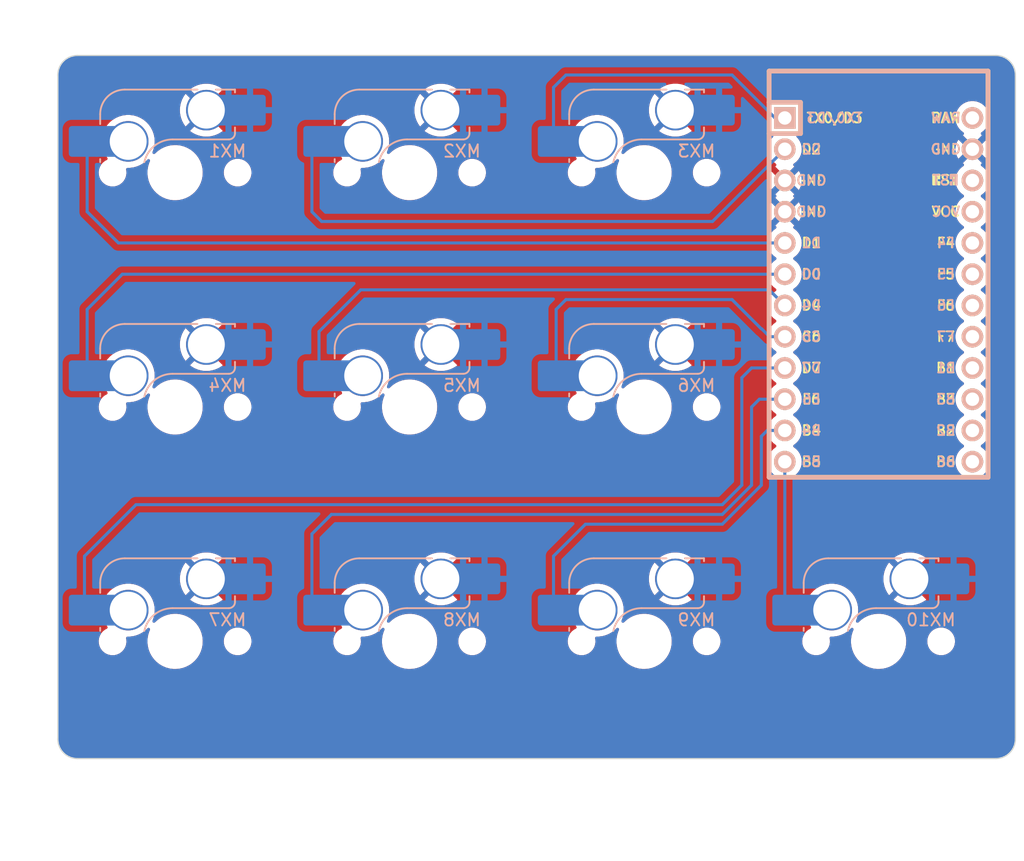
<source format=kicad_pcb>
(kicad_pcb (version 20221018) (generator pcbnew)
  (layers (0 "F.Cu" signal) (31 "B.Cu" signal) (34 "B.Paste" user) (35 "F.Paste" user) (36 "B.SilkS" user "B.Silkscreen") (37 "F.SilkS" user "F.Silkscreen") (38 "B.Mask" user) (39 "F.Mask" user) (44 "Edge.Cuts" user))
  (net 0 "")
  (net 12 "GND")
  (net 13 "SW1")
  (net 14 "SW2")
  (net 15 "SW3")
  (net 16 "SW4")
  (net 17 "SW5")
  (net 18 "SW6")
  (net 19 "SW7")
  (net 20 "SW8")
  (net 21 "SW9")
  (net 22 "SW10")
  (footprint "Keebio-Parts:ArduinoProMicro" (layer "F.Cu") (at 225.425 74.6125 -90)
    (fp_text reference "U1" hide)
    (fp_text value "ProMicro" hide)
    (fp_text user "RAW" (at -13.97 -5.461) (layer "B.SilkS") (effects (font (size 0.8 0.8)) (justify mirror)))
    (fp_text user "D2" (at -11.43 5.461) (layer "B.SilkS") (effects (font (size 0.8 0.8)) (justify mirror)))
    (fp_text user "VCC" (at -6.35 -5.461) (layer "B.SilkS") (effects (font (size 0.8 0.8)) (justify mirror)))
    (fp_text user "B6" (at 13.97 -5.461) (layer "B.SilkS") (effects (font (size 0.8 0.8)) (justify mirror)))
    (fp_text user "GND" (at -8.89 5.461) (layer "B.SilkS") (effects (font (size 0.8 0.8)) (justify mirror)))
    (fp_text user "GND" (at -6.35 5.461) (layer "B.SilkS") (effects (font (size 0.8 0.8)) (justify mirror)))
    (fp_text user "TX0/D3" (at -13.97 3.571872) (layer "B.SilkS") (effects (font (size 0.8 0.8)) (justify mirror)))
    (fp_text user "D4" (at 1.27 5.461) (layer "B.SilkS") (effects (font (size 0.8 0.8)) (justify mirror)))
    (fp_text user "F4" (at -3.81 -5.461) (layer "B.SilkS") (effects (font (size 0.8 0.8)) (justify mirror)))
    (fp_text user "ST" (at -8.91 -5.04) (layer "B.SilkS") (effects (font (size 0.8 0.8)) (justify mirror)))
    (fp_text user "B3" (at 8.89 -5.461) (layer "B.SilkS") (effects (font (size 0.8 0.8)) (justify mirror)))
    (fp_text user "F6" (at 1.27 -5.461) (layer "B.SilkS") (effects (font (size 0.8 0.8)) (justify mirror)))
    (fp_text user "E6" (at 8.89 5.461) (layer "B.SilkS") (effects (font (size 0.8 0.8)) (justify mirror)))
    (fp_text user "GND" (at -11.43 -5.461) (layer "B.SilkS") (effects (font (size 0.8 0.8)) (justify mirror)))
    (fp_text user "F5" (at -1.27 -5.461) (layer "B.SilkS") (effects (font (size 0.8 0.8)) (justify mirror)))
    (fp_text user "D0" (at -1.27 5.461) (layer "B.SilkS") (effects (font (size 0.8 0.8)) (justify mirror)))
    (fp_text user "B4" (at 11.43 5.461) (layer "B.SilkS") (effects (font (size 0.8 0.8)) (justify mirror)))
    (fp_text user "B2" (at 11.43 -5.461) (layer "B.SilkS") (effects (font (size 0.8 0.8)) (justify mirror)))
    (fp_text user "D1" (at -3.81 5.461) (layer "B.SilkS") (effects (font (size 0.8 0.8)) (justify mirror)))
    (fp_text user "B1" (at 6.35 -5.461) (layer "B.SilkS") (effects (font (size 0.8 0.8)) (justify mirror)))
    (fp_text user "C6" (at 3.81 5.461) (layer "B.SilkS") (effects (font (size 0.8 0.8)) (justify mirror)))
    (fp_text user "B5" (at 13.97 5.461) (layer "B.SilkS") (effects (font (size 0.8 0.8)) (justify mirror)))
    (fp_text user "D7" (at 6.35 5.461) (layer "B.SilkS") (effects (font (size 0.8 0.8)) (justify mirror)))
    (fp_text user "F7" (at 3.81 -5.461) (layer "B.SilkS") (effects (font (size 0.8 0.8)) (justify mirror)))
    (fp_text user "D7" (at 6.35 5.461) (layer "F.SilkS") (effects (font (size 0.8 0.8))))
    (fp_text user "C6" (at 3.81 5.461) (layer "F.SilkS") (effects (font (size 0.8 0.8))))
    (fp_text user "RAW" (at -13.97 -5.461) (layer "F.SilkS") (effects (font (size 0.8 0.8))))
    (fp_text user "D4" (at 1.27 5.461) (layer "F.SilkS") (effects (font (size 0.8 0.8))))
    (fp_text user "F7" (at 3.81 -5.461) (layer "F.SilkS") (effects (font (size 0.8 0.8))))
    (fp_text user "VCC" (at -6.35 -5.461) (layer "F.SilkS") (effects (font (size 0.8 0.8))))
    (fp_text user "B3" (at 8.89 -5.461) (layer "F.SilkS") (effects (font (size 0.8 0.8))))
    (fp_text user "B5" (at 13.97 5.461) (layer "F.SilkS") (effects (font (size 0.8 0.8))))
    (fp_text user "F6" (at 1.27 -5.461) (layer "F.SilkS") (effects (font (size 0.8 0.8))))
    (fp_text user "B6" (at 13.97 -5.461) (layer "F.SilkS") (effects (font (size 0.8 0.8))))
    (fp_text user "F5" (at -1.27 -5.461) (layer "F.SilkS") (effects (font (size 0.8 0.8))))
    (fp_text user "D0" (at -1.27 5.461) (layer "F.SilkS") (effects (font (size 0.8 0.8))))
    (fp_text user "GND" (at -11.43 -5.461) (layer "F.SilkS") (effects (font (size 0.8 0.8))))
    (fp_text user "GND" (at -8.89 5.461) (layer "F.SilkS") (effects (font (size 0.8 0.8))))
    (fp_text user "TX0/D3" (at -13.97 3.571872) (layer "F.SilkS") (effects (font (size 0.8 0.8))))
    (fp_text user "B1" (at 6.35 -5.461) (layer "F.SilkS") (effects (font (size 0.8 0.8))))
    (fp_text user "B2" (at 11.43 -5.461) (layer "F.SilkS") (effects (font (size 0.8 0.8))))
    (fp_text user "E6" (at 8.89 5.461) (layer "F.SilkS") (effects (font (size 0.8 0.8))))
    (fp_text user "F4" (at -3.81 -5.461) (layer "F.SilkS") (effects (font (size 0.8 0.8))))
    (fp_text user "GND" (at -6.35 5.461) (layer "F.SilkS") (effects (font (size 0.8 0.8))))
    (fp_text user "ST" (at -8.92 -5.73312) (layer "F.SilkS") (effects (font (size 0.8 0.8))))
    (fp_text user "B4" (at 11.43 5.461) (layer "F.SilkS") (effects (font (size 0.8 0.8))))
    (fp_text user "D1" (at -3.81 5.461) (layer "F.SilkS") (effects (font (size 0.8 0.8))))
    (fp_text user "D2" (at -11.43 5.461) (layer "F.SilkS") (effects (font (size 0.8 0.8))))
    (fp_line (start -17.78 -8.89) (end -17.78 8.89) (stroke (width 0.381)) (layer "B.SilkS"))
    (fp_line (start -17.78 8.89) (end 15.24 8.89) (stroke (width 0.381)) (layer "B.SilkS"))
    (fp_line (start -15.24 6.35) (end -15.24 8.89) (stroke (width 0.381)) (layer "B.SilkS"))
    (fp_line (start -15.24 6.35) (end -12.7 6.35) (stroke (width 0.381)) (layer "B.SilkS"))
    (fp_line (start -12.7 6.35) (end -12.7 8.89) (stroke (width 0.381)) (layer "B.SilkS"))
    (fp_line (start 15.24 -8.89) (end -17.78 -8.89) (stroke (width 0.381)) (layer "B.SilkS"))
    (fp_line (start 15.24 8.89) (end 15.24 -8.89) (stroke (width 0.381)) (layer "B.SilkS"))
    (fp_poly (pts (xy -9.35097 -6.244635) (xy -8.55097 -6.244635) (xy -8.55097 -6.344635) (xy -9.35097 -6.344635)) (stroke (width 0.15)) (fill solid) (layer "B.SilkS"))
    (fp_poly (pts (xy -9.35097 -5.844635) (xy -9.25097 -5.844635) (xy -9.25097 -6.344635) (xy -9.35097 -6.344635)) (stroke (width 0.15)) (fill solid) (layer "B.SilkS"))
    (fp_poly (pts (xy -9.35097 -5.844635) (xy -9.05097 -5.844635) (xy -9.05097 -5.944635) (xy -9.35097 -5.944635)) (stroke (width 0.15)) (fill solid) (layer "B.SilkS"))
    (fp_poly (pts (xy -8.95097 -6.044635) (xy -8.85097 -6.044635) (xy -8.85097 -6.144635) (xy -8.95097 -6.144635)) (stroke (width 0.15)) (fill solid) (layer "B.SilkS"))
    (fp_poly (pts (xy -8.75097 -5.844635) (xy -8.55097 -5.844635) (xy -8.55097 -5.944635) (xy -8.75097 -5.944635)) (stroke (width 0.15)) (fill solid) (layer "B.SilkS"))
    (fp_line (start -17.78 -8.89) (end -17.78 8.89) (stroke (width 0.381)) (layer "F.SilkS"))
    (fp_line (start -17.78 8.89) (end -15.24 8.89) (stroke (width 0.381)) (layer "F.SilkS"))
    (fp_line (start -15.24 -8.89) (end -17.78 -8.89) (stroke (width 0.381)) (layer "F.SilkS"))
    (fp_line (start -15.24 6.35) (end -15.24 8.89) (stroke (width 0.381)) (layer "F.SilkS"))
    (fp_line (start -15.24 6.35) (end -12.7 6.35) (stroke (width 0.381)) (layer "F.SilkS"))
    (fp_line (start -15.24 8.89) (end 15.24 8.89) (stroke (width 0.381)) (layer "F.SilkS"))
    (fp_line (start -12.7 6.35) (end -12.7 8.89) (stroke (width 0.381)) (layer "F.SilkS"))
    (fp_line (start 15.24 -8.89) (end -15.24 -8.89) (stroke (width 0.381)) (layer "F.SilkS"))
    (fp_line (start 15.24 8.89) (end 15.24 -8.89) (stroke (width 0.381)) (layer "F.SilkS"))
    (fp_poly (pts (xy -9.36064 -4.931568) (xy -9.26064 -4.931568) (xy -9.26064 -4.431568) (xy -9.36064 -4.431568)) (stroke (width 0.15)) (fill solid) (layer "F.SilkS"))
    (fp_poly (pts (xy -9.36064 -4.931568) (xy -9.06064 -4.931568) (xy -9.06064 -4.831568) (xy -9.36064 -4.831568)) (stroke (width 0.15)) (fill solid) (layer "F.SilkS"))
    (fp_poly (pts (xy -9.36064 -4.531568) (xy -8.56064 -4.531568) (xy -8.56064 -4.431568) (xy -9.36064 -4.431568)) (stroke (width 0.15)) (fill solid) (layer "F.SilkS"))
    (fp_poly (pts (xy -8.96064 -4.731568) (xy -8.86064 -4.731568) (xy -8.86064 -4.631568) (xy -8.96064 -4.631568)) (stroke (width 0.15)) (fill solid) (layer "F.SilkS"))
    (fp_poly (pts (xy -8.76064 -4.931568) (xy -8.56064 -4.931568) (xy -8.56064 -4.831568) (xy -8.76064 -4.831568)) (stroke (width 0.15)) (fill solid) (layer "F.SilkS"))
    (pad "1" thru_hole rect (at -13.97 7.62 270) (size 1.7526 1.7526) (drill 1.0922) (layers "*.Cu" "*.SilkS" "*.Mask") (net 15 "SW3"))
    (pad "2" thru_hole circle (at -11.43 7.62 270) (size 1.7526 1.7526) (drill 1.0922) (layers "*.Cu" "*.SilkS" "*.Mask") (net 14 "SW2"))
    (pad "3" thru_hole circle (at -8.89 7.62 270) (size 1.7526 1.7526) (drill 1.0922) (layers "*.Cu" "*.SilkS" "*.Mask") (net 12 "GND"))
    (pad "4" thru_hole circle (at -6.35 7.62 270) (size 1.7526 1.7526) (drill 1.0922) (layers "*.Cu" "*.SilkS" "*.Mask") (net 12 "GND"))
    (pad "5" thru_hole circle (at -3.81 7.62 270) (size 1.7526 1.7526) (drill 1.0922) (layers "*.Cu" "*.SilkS" "*.Mask") (net 13 "SW1"))
    (pad "6" thru_hole circle (at -1.27 7.62 270) (size 1.7526 1.7526) (drill 1.0922) (layers "*.Cu" "*.SilkS" "*.Mask") (net 16 "SW4"))
    (pad "7" thru_hole circle (at 1.27 7.62 270) (size 1.7526 1.7526) (drill 1.0922) (layers "*.Cu" "*.SilkS" "*.Mask") (net 17 "SW5"))
    (pad "8" thru_hole circle (at 3.81 7.62 270) (size 1.7526 1.7526) (drill 1.0922) (layers "*.Cu" "*.SilkS" "*.Mask") (net 18 "SW6"))
    (pad "9" thru_hole circle (at 6.35 7.62 270) (size 1.7526 1.7526) (drill 1.0922) (layers "*.Cu" "*.SilkS" "*.Mask") (net 19 "SW7"))
    (pad "10" thru_hole circle (at 8.89 7.62 270) (size 1.7526 1.7526) (drill 1.0922) (layers "*.Cu" "*.SilkS" "*.Mask") (net 20 "SW8"))
    (pad "11" thru_hole circle (at 11.43 7.62 270) (size 1.7526 1.7526) (drill 1.0922) (layers "*.Cu" "*.SilkS" "*.Mask") (net 21 "SW9"))
    (pad "12" thru_hole circle (at 13.97 7.62 270) (size 1.7526 1.7526) (drill 1.0922) (layers "*.Cu" "*.SilkS" "*.Mask") (net 22 "SW10"))
    (pad "13" thru_hole circle (at 13.97 -7.62 270) (size 1.7526 1.7526) (drill 1.0922) (layers "*.Cu" "*.SilkS" "*.Mask"))
    (pad "14" thru_hole circle (at 11.43 -7.62 270) (size 1.7526 1.7526) (drill 1.0922) (layers "*.Cu" "*.SilkS" "*.Mask"))
    (pad "15" thru_hole circle (at 8.89 -7.62 270) (size 1.7526 1.7526) (drill 1.0922) (layers "*.Cu" "*.SilkS" "*.Mask"))
    (pad "16" thru_hole circle (at 6.35 -7.62 270) (size 1.7526 1.7526) (drill 1.0922) (layers "*.Cu" "*.SilkS" "*.Mask"))
    (pad "17" thru_hole circle (at 3.81 -7.62 270) (size 1.7526 1.7526) (drill 1.0922) (layers "*.Cu" "*.SilkS" "*.Mask"))
    (pad "18" thru_hole circle (at 1.27 -7.62 270) (size 1.7526 1.7526) (drill 1.0922) (layers "*.Cu" "*.SilkS" "*.Mask"))
    (pad "19" thru_hole circle (at -1.27 -7.62 270) (size 1.7526 1.7526) (drill 1.0922) (layers "*.Cu" "*.SilkS" "*.Mask"))
    (pad "20" thru_hole circle (at -3.81 -7.62 270) (size 1.7526 1.7526) (drill 1.0922) (layers "*.Cu" "*.SilkS" "*.Mask"))
    (pad "21" thru_hole circle (at -6.35 -7.62 270) (size 1.7526 1.7526) (drill 1.0922) (layers "*.Cu" "*.SilkS" "*.Mask"))
    (pad "22" thru_hole circle (at -8.89 -7.62 270) (size 1.7526 1.7526) (drill 1.0922) (layers "*.Cu" "*.SilkS" "*.Mask"))
    (pad "23" thru_hole circle (at -11.43 -7.62 270) (size 1.7526 1.7526) (drill 1.0922) (layers "*.Cu" "*.SilkS" "*.Mask") (net 12 "GND"))
    (pad "24" thru_hole circle (at -13.97 -7.62 270) (size 1.7526 1.7526) (drill 1.0922) (layers "*.Cu" "*.SilkS" "*.Mask"))
  )
  (footprint "marbastlib-mx:SW_MX_HS_1u" (layer "B.Cu") (at 225.425 103.1875 180)
    (fp_text reference "MX10" (at -4.25 1.75) (layer "B.SilkS") (effects (justify mirror)))
    (fp_text value "MX_SW_HS" hide)
    (fp_line (start -4.864824 3.67022) (end -4.864824 3.20022) (stroke (width 0.15)) (layer "B.SilkS"))
    (fp_line (start -4.864824 6.75022) (end -4.864824 6.52022) (stroke (width 0.15)) (layer "B.SilkS"))
    (fp_line (start -4.364824 2.70022) (end 0.2 2.70022) (stroke (width 0.15)) (layer "B.SilkS"))
    (fp_line (start -3.314824 6.75022) (end -4.864824 6.75022) (stroke (width 0.15)) (layer "B.SilkS"))
    (fp_line (start 4.085176 6.75022) (end -1.814824 6.75022) (stroke (width 0.15)) (layer "B.SilkS"))
    (fp_line (start 6.085176 1.10022) (end 6.085176 0.86022) (stroke (width 0.15)) (layer "B.SilkS"))
    (fp_line (start 6.085176 3.95022) (end 6.085176 4.75022) (stroke (width 0.15)) (layer "B.SilkS"))
    (fp_arc (start -4.864824 3.20022) (mid -4.718377 2.846667) (end -4.364824 2.70022) (stroke (width 0.15)) (layer "B.SilkS"))
    (fp_arc (start 2.494322 0.86022) (mid 1.670693 2.183637) (end 0.2 2.70022) (stroke (width 0.15)) (layer "B.SilkS"))
    (fp_arc (start 6.085176 4.75022) (mid 5.499388 6.164432) (end 4.085176 6.75022) (stroke (width 0.15)) (layer "B.SilkS"))
    (pad "" np_thru_hole circle (at -5.08 0 180) (size 1.75 1.75) (drill 1.75) (layers "*.Cu" "*.Mask"))
    (pad "" np_thru_hole circle (at 0 0 180) (size 3.9878 3.9878) (drill 3.9878) (layers "*.Cu" "*.Mask"))
    (pad "" np_thru_hole circle (at 5.08 0 180) (size 1.75 1.75) (drill 1.75) (layers "*.Cu" "*.Mask"))
    (pad "1" thru_hole circle (at 3.81 2.54 180) (size 3.3 3.3) (drill 3) (layers "*.Cu" "*.Mask") (net 22 "SW10"))
    (pad "1" smd rect (at 5.635 2.54) (size 1.65 2.5) (layers "B.Cu") (net 22 "SW10"))
    (pad "1" smd roundrect (at 7.36 2.54 180) (size 2.55 2.5) (layers "B.Cu" "B.Paste" "B.Mask") (roundrect_rratio 0.1) (net 22 "SW10"))
    (pad "2" smd roundrect (at -6.09 5.08 180) (size 2.55 2.5) (layers "B.Cu" "B.Paste" "B.Mask") (roundrect_rratio 0.1) (net 12 "GND"))
    (pad "2" smd rect (at -4.34 5.08 180) (size 1.65 2.5) (layers "B.Cu") (net 12 "GND"))
    (pad "2" thru_hole circle (at -2.54 5.08 180) (size 3.3 3.3) (drill 3) (layers "*.Cu" "*.Mask") (net 12 "GND"))
  )
  (footprint "marbastlib-mx:SW_MX_HS_1u" (layer "B.Cu") (at 206.375 65.0875 180)
    (fp_text reference "MX3" (at -4.25 1.75) (layer "B.SilkS") (effects (justify mirror)))
    (fp_text value "MX_SW_HS" hide)
    (fp_line (start -4.864824 3.67022) (end -4.864824 3.20022) (stroke (width 0.15)) (layer "B.SilkS"))
    (fp_line (start -4.864824 6.75022) (end -4.864824 6.52022) (stroke (width 0.15)) (layer "B.SilkS"))
    (fp_line (start -4.364824 2.70022) (end 0.2 2.70022) (stroke (width 0.15)) (layer "B.SilkS"))
    (fp_line (start -3.314824 6.75022) (end -4.864824 6.75022) (stroke (width 0.15)) (layer "B.SilkS"))
    (fp_line (start 4.085176 6.75022) (end -1.814824 6.75022) (stroke (width 0.15)) (layer "B.SilkS"))
    (fp_line (start 6.085176 1.10022) (end 6.085176 0.86022) (stroke (width 0.15)) (layer "B.SilkS"))
    (fp_line (start 6.085176 3.95022) (end 6.085176 4.75022) (stroke (width 0.15)) (layer "B.SilkS"))
    (fp_arc (start -4.864824 3.20022) (mid -4.718377 2.846667) (end -4.364824 2.70022) (stroke (width 0.15)) (layer "B.SilkS"))
    (fp_arc (start 2.494322 0.86022) (mid 1.670693 2.183637) (end 0.2 2.70022) (stroke (width 0.15)) (layer "B.SilkS"))
    (fp_arc (start 6.085176 4.75022) (mid 5.499388 6.164432) (end 4.085176 6.75022) (stroke (width 0.15)) (layer "B.SilkS"))
    (pad "" np_thru_hole circle (at -5.08 0 180) (size 1.75 1.75) (drill 1.75) (layers "*.Cu" "*.Mask"))
    (pad "" np_thru_hole circle (at 0 0 180) (size 3.9878 3.9878) (drill 3.9878) (layers "*.Cu" "*.Mask"))
    (pad "" np_thru_hole circle (at 5.08 0 180) (size 1.75 1.75) (drill 1.75) (layers "*.Cu" "*.Mask"))
    (pad "1" thru_hole circle (at 3.81 2.54 180) (size 3.3 3.3) (drill 3) (layers "*.Cu" "*.Mask") (net 15 "SW3"))
    (pad "1" smd rect (at 5.635 2.54) (size 1.65 2.5) (layers "B.Cu") (net 15 "SW3"))
    (pad "1" smd roundrect (at 7.36 2.54 180) (size 2.55 2.5) (layers "B.Cu" "B.Paste" "B.Mask") (roundrect_rratio 0.1) (net 15 "SW3"))
    (pad "2" smd roundrect (at -6.09 5.08 180) (size 2.55 2.5) (layers "B.Cu" "B.Paste" "B.Mask") (roundrect_rratio 0.1) (net 12 "GND"))
    (pad "2" smd rect (at -4.34 5.08 180) (size 1.65 2.5) (layers "B.Cu") (net 12 "GND"))
    (pad "2" thru_hole circle (at -2.54 5.08 180) (size 3.3 3.3) (drill 3) (layers "*.Cu" "*.Mask") (net 12 "GND"))
  )
  (footprint "marbastlib-mx:SW_MX_HS_1u" (layer "B.Cu") (at 206.375 103.1875 180)
    (fp_text reference "MX9" (at -4.25 1.75) (layer "B.SilkS") (effects (justify mirror)))
    (fp_text value "MX_SW_HS" hide)
    (fp_line (start -4.864824 3.67022) (end -4.864824 3.20022) (stroke (width 0.15)) (layer "B.SilkS"))
    (fp_line (start -4.864824 6.75022) (end -4.864824 6.52022) (stroke (width 0.15)) (layer "B.SilkS"))
    (fp_line (start -4.364824 2.70022) (end 0.2 2.70022) (stroke (width 0.15)) (layer "B.SilkS"))
    (fp_line (start -3.314824 6.75022) (end -4.864824 6.75022) (stroke (width 0.15)) (layer "B.SilkS"))
    (fp_line (start 4.085176 6.75022) (end -1.814824 6.75022) (stroke (width 0.15)) (layer "B.SilkS"))
    (fp_line (start 6.085176 1.10022) (end 6.085176 0.86022) (stroke (width 0.15)) (layer "B.SilkS"))
    (fp_line (start 6.085176 3.95022) (end 6.085176 4.75022) (stroke (width 0.15)) (layer "B.SilkS"))
    (fp_arc (start -4.864824 3.20022) (mid -4.718377 2.846667) (end -4.364824 2.70022) (stroke (width 0.15)) (layer "B.SilkS"))
    (fp_arc (start 2.494322 0.86022) (mid 1.670693 2.183637) (end 0.2 2.70022) (stroke (width 0.15)) (layer "B.SilkS"))
    (fp_arc (start 6.085176 4.75022) (mid 5.499388 6.164432) (end 4.085176 6.75022) (stroke (width 0.15)) (layer "B.SilkS"))
    (pad "" np_thru_hole circle (at -5.08 0 180) (size 1.75 1.75) (drill 1.75) (layers "*.Cu" "*.Mask"))
    (pad "" np_thru_hole circle (at 0 0 180) (size 3.9878 3.9878) (drill 3.9878) (layers "*.Cu" "*.Mask"))
    (pad "" np_thru_hole circle (at 5.08 0 180) (size 1.75 1.75) (drill 1.75) (layers "*.Cu" "*.Mask"))
    (pad "1" thru_hole circle (at 3.81 2.54 180) (size 3.3 3.3) (drill 3) (layers "*.Cu" "*.Mask") (net 21 "SW9"))
    (pad "1" smd rect (at 5.635 2.54) (size 1.65 2.5) (layers "B.Cu") (net 21 "SW9"))
    (pad "1" smd roundrect (at 7.36 2.54 180) (size 2.55 2.5) (layers "B.Cu" "B.Paste" "B.Mask") (roundrect_rratio 0.1) (net 21 "SW9"))
    (pad "2" smd roundrect (at -6.09 5.08 180) (size 2.55 2.5) (layers "B.Cu" "B.Paste" "B.Mask") (roundrect_rratio 0.1) (net 12 "GND"))
    (pad "2" smd rect (at -4.34 5.08 180) (size 1.65 2.5) (layers "B.Cu") (net 12 "GND"))
    (pad "2" thru_hole circle (at -2.54 5.08 180) (size 3.3 3.3) (drill 3) (layers "*.Cu" "*.Mask") (net 12 "GND"))
  )
  (footprint "marbastlib-mx:SW_MX_HS_1u" (layer "B.Cu") (at 168.275 84.1375 180)
    (fp_text reference "MX4" (at -4.25 1.75) (layer "B.SilkS") (effects (justify mirror)))
    (fp_text value "MX_SW_HS" hide)
    (fp_line (start -4.864824 3.67022) (end -4.864824 3.20022) (stroke (width 0.15)) (layer "B.SilkS"))
    (fp_line (start -4.864824 6.75022) (end -4.864824 6.52022) (stroke (width 0.15)) (layer "B.SilkS"))
    (fp_line (start -4.364824 2.70022) (end 0.2 2.70022) (stroke (width 0.15)) (layer "B.SilkS"))
    (fp_line (start -3.314824 6.75022) (end -4.864824 6.75022) (stroke (width 0.15)) (layer "B.SilkS"))
    (fp_line (start 4.085176 6.75022) (end -1.814824 6.75022) (stroke (width 0.15)) (layer "B.SilkS"))
    (fp_line (start 6.085176 1.10022) (end 6.085176 0.86022) (stroke (width 0.15)) (layer "B.SilkS"))
    (fp_line (start 6.085176 3.95022) (end 6.085176 4.75022) (stroke (width 0.15)) (layer "B.SilkS"))
    (fp_arc (start -4.864824 3.20022) (mid -4.718377 2.846667) (end -4.364824 2.70022) (stroke (width 0.15)) (layer "B.SilkS"))
    (fp_arc (start 2.494322 0.86022) (mid 1.670693 2.183637) (end 0.2 2.70022) (stroke (width 0.15)) (layer "B.SilkS"))
    (fp_arc (start 6.085176 4.75022) (mid 5.499388 6.164432) (end 4.085176 6.75022) (stroke (width 0.15)) (layer "B.SilkS"))
    (pad "" np_thru_hole circle (at -5.08 0 180) (size 1.75 1.75) (drill 1.75) (layers "*.Cu" "*.Mask"))
    (pad "" np_thru_hole circle (at 0 0 180) (size 3.9878 3.9878) (drill 3.9878) (layers "*.Cu" "*.Mask"))
    (pad "" np_thru_hole circle (at 5.08 0 180) (size 1.75 1.75) (drill 1.75) (layers "*.Cu" "*.Mask"))
    (pad "1" thru_hole circle (at 3.81 2.54 180) (size 3.3 3.3) (drill 3) (layers "*.Cu" "*.Mask") (net 16 "SW4"))
    (pad "1" smd rect (at 5.635 2.54) (size 1.65 2.5) (layers "B.Cu") (net 16 "SW4"))
    (pad "1" smd roundrect (at 7.36 2.54 180) (size 2.55 2.5) (layers "B.Cu" "B.Paste" "B.Mask") (roundrect_rratio 0.1) (net 16 "SW4"))
    (pad "2" smd roundrect (at -6.09 5.08 180) (size 2.55 2.5) (layers "B.Cu" "B.Paste" "B.Mask") (roundrect_rratio 0.1) (net 12 "GND"))
    (pad "2" smd rect (at -4.34 5.08 180) (size 1.65 2.5) (layers "B.Cu") (net 12 "GND"))
    (pad "2" thru_hole circle (at -2.54 5.08 180) (size 3.3 3.3) (drill 3) (layers "*.Cu" "*.Mask") (net 12 "GND"))
  )
  (footprint "marbastlib-mx:SW_MX_HS_1u" (layer "B.Cu") (at 187.325 84.1375 180)
    (fp_text reference "MX5" (at -4.25 1.75) (layer "B.SilkS") (effects (justify mirror)))
    (fp_text value "MX_SW_HS" hide)
    (fp_line (start -4.864824 3.67022) (end -4.864824 3.20022) (stroke (width 0.15)) (layer "B.SilkS"))
    (fp_line (start -4.864824 6.75022) (end -4.864824 6.52022) (stroke (width 0.15)) (layer "B.SilkS"))
    (fp_line (start -4.364824 2.70022) (end 0.2 2.70022) (stroke (width 0.15)) (layer "B.SilkS"))
    (fp_line (start -3.314824 6.75022) (end -4.864824 6.75022) (stroke (width 0.15)) (layer "B.SilkS"))
    (fp_line (start 4.085176 6.75022) (end -1.814824 6.75022) (stroke (width 0.15)) (layer "B.SilkS"))
    (fp_line (start 6.085176 1.10022) (end 6.085176 0.86022) (stroke (width 0.15)) (layer "B.SilkS"))
    (fp_line (start 6.085176 3.95022) (end 6.085176 4.75022) (stroke (width 0.15)) (layer "B.SilkS"))
    (fp_arc (start -4.864824 3.20022) (mid -4.718377 2.846667) (end -4.364824 2.70022) (stroke (width 0.15)) (layer "B.SilkS"))
    (fp_arc (start 2.494322 0.86022) (mid 1.670693 2.183637) (end 0.2 2.70022) (stroke (width 0.15)) (layer "B.SilkS"))
    (fp_arc (start 6.085176 4.75022) (mid 5.499388 6.164432) (end 4.085176 6.75022) (stroke (width 0.15)) (layer "B.SilkS"))
    (pad "" np_thru_hole circle (at -5.08 0 180) (size 1.75 1.75) (drill 1.75) (layers "*.Cu" "*.Mask"))
    (pad "" np_thru_hole circle (at 0 0 180) (size 3.9878 3.9878) (drill 3.9878) (layers "*.Cu" "*.Mask"))
    (pad "" np_thru_hole circle (at 5.08 0 180) (size 1.75 1.75) (drill 1.75) (layers "*.Cu" "*.Mask"))
    (pad "1" thru_hole circle (at 3.81 2.54 180) (size 3.3 3.3) (drill 3) (layers "*.Cu" "*.Mask") (net 17 "SW5"))
    (pad "1" smd rect (at 5.635 2.54) (size 1.65 2.5) (layers "B.Cu") (net 17 "SW5"))
    (pad "1" smd roundrect (at 7.36 2.54 180) (size 2.55 2.5) (layers "B.Cu" "B.Paste" "B.Mask") (roundrect_rratio 0.1) (net 17 "SW5"))
    (pad "2" smd roundrect (at -6.09 5.08 180) (size 2.55 2.5) (layers "B.Cu" "B.Paste" "B.Mask") (roundrect_rratio 0.1) (net 12 "GND"))
    (pad "2" smd rect (at -4.34 5.08 180) (size 1.65 2.5) (layers "B.Cu") (net 12 "GND"))
    (pad "2" thru_hole circle (at -2.54 5.08 180) (size 3.3 3.3) (drill 3) (layers "*.Cu" "*.Mask") (net 12 "GND"))
  )
  (footprint "marbastlib-mx:SW_MX_HS_1u" (layer "B.Cu") (at 187.325 65.0875 180)
    (fp_text reference "MX2" (at -4.25 1.75) (layer "B.SilkS") (effects (justify mirror)))
    (fp_text value "MX_SW_HS" hide)
    (fp_line (start -4.864824 3.67022) (end -4.864824 3.20022) (stroke (width 0.15)) (layer "B.SilkS"))
    (fp_line (start -4.864824 6.75022) (end -4.864824 6.52022) (stroke (width 0.15)) (layer "B.SilkS"))
    (fp_line (start -4.364824 2.70022) (end 0.2 2.70022) (stroke (width 0.15)) (layer "B.SilkS"))
    (fp_line (start -3.314824 6.75022) (end -4.864824 6.75022) (stroke (width 0.15)) (layer "B.SilkS"))
    (fp_line (start 4.085176 6.75022) (end -1.814824 6.75022) (stroke (width 0.15)) (layer "B.SilkS"))
    (fp_line (start 6.085176 1.10022) (end 6.085176 0.86022) (stroke (width 0.15)) (layer "B.SilkS"))
    (fp_line (start 6.085176 3.95022) (end 6.085176 4.75022) (stroke (width 0.15)) (layer "B.SilkS"))
    (fp_arc (start -4.864824 3.20022) (mid -4.718377 2.846667) (end -4.364824 2.70022) (stroke (width 0.15)) (layer "B.SilkS"))
    (fp_arc (start 2.494322 0.86022) (mid 1.670693 2.183637) (end 0.2 2.70022) (stroke (width 0.15)) (layer "B.SilkS"))
    (fp_arc (start 6.085176 4.75022) (mid 5.499388 6.164432) (end 4.085176 6.75022) (stroke (width 0.15)) (layer "B.SilkS"))
    (pad "" np_thru_hole circle (at -5.08 0 180) (size 1.75 1.75) (drill 1.75) (layers "*.Cu" "*.Mask"))
    (pad "" np_thru_hole circle (at 0 0 180) (size 3.9878 3.9878) (drill 3.9878) (layers "*.Cu" "*.Mask"))
    (pad "" np_thru_hole circle (at 5.08 0 180) (size 1.75 1.75) (drill 1.75) (layers "*.Cu" "*.Mask"))
    (pad "1" thru_hole circle (at 3.81 2.54 180) (size 3.3 3.3) (drill 3) (layers "*.Cu" "*.Mask") (net 14 "SW2"))
    (pad "1" smd rect (at 5.635 2.54) (size 1.65 2.5) (layers "B.Cu") (net 14 "SW2"))
    (pad "1" smd roundrect (at 7.36 2.54 180) (size 2.55 2.5) (layers "B.Cu" "B.Paste" "B.Mask") (roundrect_rratio 0.1) (net 14 "SW2"))
    (pad "2" smd roundrect (at -6.09 5.08 180) (size 2.55 2.5) (layers "B.Cu" "B.Paste" "B.Mask") (roundrect_rratio 0.1) (net 12 "GND"))
    (pad "2" smd rect (at -4.34 5.08 180) (size 1.65 2.5) (layers "B.Cu") (net 12 "GND"))
    (pad "2" thru_hole circle (at -2.54 5.08 180) (size 3.3 3.3) (drill 3) (layers "*.Cu" "*.Mask") (net 12 "GND"))
  )
  (footprint "marbastlib-mx:SW_MX_HS_1u" (layer "B.Cu") (at 187.325 103.1875 180)
    (fp_text reference "MX8" (at -4.25 1.75) (layer "B.SilkS") (effects (justify mirror)))
    (fp_text value "MX_SW_HS" hide)
    (fp_line (start -4.864824 3.67022) (end -4.864824 3.20022) (stroke (width 0.15)) (layer "B.SilkS"))
    (fp_line (start -4.864824 6.75022) (end -4.864824 6.52022) (stroke (width 0.15)) (layer "B.SilkS"))
    (fp_line (start -4.364824 2.70022) (end 0.2 2.70022) (stroke (width 0.15)) (layer "B.SilkS"))
    (fp_line (start -3.314824 6.75022) (end -4.864824 6.75022) (stroke (width 0.15)) (layer "B.SilkS"))
    (fp_line (start 4.085176 6.75022) (end -1.814824 6.75022) (stroke (width 0.15)) (layer "B.SilkS"))
    (fp_line (start 6.085176 1.10022) (end 6.085176 0.86022) (stroke (width 0.15)) (layer "B.SilkS"))
    (fp_line (start 6.085176 3.95022) (end 6.085176 4.75022) (stroke (width 0.15)) (layer "B.SilkS"))
    (fp_arc (start -4.864824 3.20022) (mid -4.718377 2.846667) (end -4.364824 2.70022) (stroke (width 0.15)) (layer "B.SilkS"))
    (fp_arc (start 2.494322 0.86022) (mid 1.670693 2.183637) (end 0.2 2.70022) (stroke (width 0.15)) (layer "B.SilkS"))
    (fp_arc (start 6.085176 4.75022) (mid 5.499388 6.164432) (end 4.085176 6.75022) (stroke (width 0.15)) (layer "B.SilkS"))
    (pad "" np_thru_hole circle (at -5.08 0 180) (size 1.75 1.75) (drill 1.75) (layers "*.Cu" "*.Mask"))
    (pad "" np_thru_hole circle (at 0 0 180) (size 3.9878 3.9878) (drill 3.9878) (layers "*.Cu" "*.Mask"))
    (pad "" np_thru_hole circle (at 5.08 0 180) (size 1.75 1.75) (drill 1.75) (layers "*.Cu" "*.Mask"))
    (pad "1" thru_hole circle (at 3.81 2.54 180) (size 3.3 3.3) (drill 3) (layers "*.Cu" "*.Mask") (net 20 "SW8"))
    (pad "1" smd rect (at 5.635 2.54) (size 1.65 2.5) (layers "B.Cu") (net 20 "SW8"))
    (pad "1" smd roundrect (at 7.36 2.54 180) (size 2.55 2.5) (layers "B.Cu" "B.Paste" "B.Mask") (roundrect_rratio 0.1) (net 20 "SW8"))
    (pad "2" smd roundrect (at -6.09 5.08 180) (size 2.55 2.5) (layers "B.Cu" "B.Paste" "B.Mask") (roundrect_rratio 0.1) (net 12 "GND"))
    (pad "2" smd rect (at -4.34 5.08 180) (size 1.65 2.5) (layers "B.Cu") (net 12 "GND"))
    (pad "2" thru_hole circle (at -2.54 5.08 180) (size 3.3 3.3) (drill 3) (layers "*.Cu" "*.Mask") (net 12 "GND"))
  )
  (footprint "marbastlib-mx:SW_MX_HS_1u" (layer "B.Cu") (at 168.275 103.1875 180)
    (fp_text reference "MX7" (at -4.25 1.75) (layer "B.SilkS") (effects (justify mirror)))
    (fp_text value "MX_SW_HS" hide)
    (fp_line (start -4.864824 3.67022) (end -4.864824 3.20022) (stroke (width 0.15)) (layer "B.SilkS"))
    (fp_line (start -4.864824 6.75022) (end -4.864824 6.52022) (stroke (width 0.15)) (layer "B.SilkS"))
    (fp_line (start -4.364824 2.70022) (end 0.2 2.70022) (stroke (width 0.15)) (layer "B.SilkS"))
    (fp_line (start -3.314824 6.75022) (end -4.864824 6.75022) (stroke (width 0.15)) (layer "B.SilkS"))
    (fp_line (start 4.085176 6.75022) (end -1.814824 6.75022) (stroke (width 0.15)) (layer "B.SilkS"))
    (fp_line (start 6.085176 1.10022) (end 6.085176 0.86022) (stroke (width 0.15)) (layer "B.SilkS"))
    (fp_line (start 6.085176 3.95022) (end 6.085176 4.75022) (stroke (width 0.15)) (layer "B.SilkS"))
    (fp_arc (start -4.864824 3.20022) (mid -4.718377 2.846667) (end -4.364824 2.70022) (stroke (width 0.15)) (layer "B.SilkS"))
    (fp_arc (start 2.494322 0.86022) (mid 1.670693 2.183637) (end 0.2 2.70022) (stroke (width 0.15)) (layer "B.SilkS"))
    (fp_arc (start 6.085176 4.75022) (mid 5.499388 6.164432) (end 4.085176 6.75022) (stroke (width 0.15)) (layer "B.SilkS"))
    (pad "" np_thru_hole circle (at -5.08 0 180) (size 1.75 1.75) (drill 1.75) (layers "*.Cu" "*.Mask"))
    (pad "" np_thru_hole circle (at 0 0 180) (size 3.9878 3.9878) (drill 3.9878) (layers "*.Cu" "*.Mask"))
    (pad "" np_thru_hole circle (at 5.08 0 180) (size 1.75 1.75) (drill 1.75) (layers "*.Cu" "*.Mask"))
    (pad "1" thru_hole circle (at 3.81 2.54 180) (size 3.3 3.3) (drill 3) (layers "*.Cu" "*.Mask") (net 19 "SW7"))
    (pad "1" smd rect (at 5.635 2.54) (size 1.65 2.5) (layers "B.Cu") (net 19 "SW7"))
    (pad "1" smd roundrect (at 7.36 2.54 180) (size 2.55 2.5) (layers "B.Cu" "B.Paste" "B.Mask") (roundrect_rratio 0.1) (net 19 "SW7"))
    (pad "2" smd roundrect (at -6.09 5.08 180) (size 2.55 2.5) (layers "B.Cu" "B.Paste" "B.Mask") (roundrect_rratio 0.1) (net 12 "GND"))
    (pad "2" smd rect (at -4.34 5.08 180) (size 1.65 2.5) (layers "B.Cu") (net 12 "GND"))
    (pad "2" thru_hole circle (at -2.54 5.08 180) (size 3.3 3.3) (drill 3) (layers "*.Cu" "*.Mask") (net 12 "GND"))
  )
  (footprint "marbastlib-mx:SW_MX_HS_1u" (layer "B.Cu") (at 168.275 65.0875 180)
    (fp_text reference "MX1" (at -4.25 1.75) (layer "B.SilkS") (effects (justify mirror)))
    (fp_text value "MX_SW_HS" hide)
    (fp_line (start -4.864824 3.67022) (end -4.864824 3.20022) (stroke (width 0.15)) (layer "B.SilkS"))
    (fp_line (start -4.864824 6.75022) (end -4.864824 6.52022) (stroke (width 0.15)) (layer "B.SilkS"))
    (fp_line (start -4.364824 2.70022) (end 0.2 2.70022) (stroke (width 0.15)) (layer "B.SilkS"))
    (fp_line (start -3.314824 6.75022) (end -4.864824 6.75022) (stroke (width 0.15)) (layer "B.SilkS"))
    (fp_line (start 4.085176 6.75022) (end -1.814824 6.75022) (stroke (width 0.15)) (layer "B.SilkS"))
    (fp_line (start 6.085176 1.10022) (end 6.085176 0.86022) (stroke (width 0.15)) (layer "B.SilkS"))
    (fp_line (start 6.085176 3.95022) (end 6.085176 4.75022) (stroke (width 0.15)) (layer "B.SilkS"))
    (fp_arc (start -4.864824 3.20022) (mid -4.718377 2.846667) (end -4.364824 2.70022) (stroke (width 0.15)) (layer "B.SilkS"))
    (fp_arc (start 2.494322 0.86022) (mid 1.670693 2.183637) (end 0.2 2.70022) (stroke (width 0.15)) (layer "B.SilkS"))
    (fp_arc (start 6.085176 4.75022) (mid 5.499388 6.164432) (end 4.085176 6.75022) (stroke (width 0.15)) (layer "B.SilkS"))
    (pad "" np_thru_hole circle (at -5.08 0 180) (size 1.75 1.75) (drill 1.75) (layers "*.Cu" "*.Mask"))
    (pad "" np_thru_hole circle (at 0 0 180) (size 3.9878 3.9878) (drill 3.9878) (layers "*.Cu" "*.Mask"))
    (pad "" np_thru_hole circle (at 5.08 0 180) (size 1.75 1.75) (drill 1.75) (layers "*.Cu" "*.Mask"))
    (pad "1" thru_hole circle (at 3.81 2.54 180) (size 3.3 3.3) (drill 3) (layers "*.Cu" "*.Mask") (net 13 "SW1"))
    (pad "1" smd rect (at 5.635 2.54) (size 1.65 2.5) (layers "B.Cu") (net 13 "SW1"))
    (pad "1" smd roundrect (at 7.36 2.54 180) (size 2.55 2.5) (layers "B.Cu" "B.Paste" "B.Mask") (roundrect_rratio 0.1) (net 13 "SW1"))
    (pad "2" smd roundrect (at -6.09 5.08 180) (size 2.55 2.5) (layers "B.Cu" "B.Paste" "B.Mask") (roundrect_rratio 0.1) (net 12 "GND"))
    (pad "2" smd rect (at -4.34 5.08 180) (size 1.65 2.5) (layers "B.Cu") (net 12 "GND"))
    (pad "2" thru_hole circle (at -2.54 5.08 180) (size 3.3 3.3) (drill 3) (layers "*.Cu" "*.Mask") (net 12 "GND"))
  )
  (footprint "marbastlib-mx:SW_MX_HS_1u" (layer "B.Cu") (at 206.375 84.1375 180)
    (fp_text reference "MX6" (at -4.25 1.75) (layer "B.SilkS") (effects (justify mirror)))
    (fp_text value "MX_SW_HS" hide)
    (fp_line (start -4.864824 3.67022) (end -4.864824 3.20022) (stroke (width 0.15)) (layer "B.SilkS"))
    (fp_line (start -4.864824 6.75022) (end -4.864824 6.52022) (stroke (width 0.15)) (layer "B.SilkS"))
    (fp_line (start -4.364824 2.70022) (end 0.2 2.70022) (stroke (width 0.15)) (layer "B.SilkS"))
    (fp_line (start -3.314824 6.75022) (end -4.864824 6.75022) (stroke (width 0.15)) (layer "B.SilkS"))
    (fp_line (start 4.085176 6.75022) (end -1.814824 6.75022) (stroke (width 0.15)) (layer "B.SilkS"))
    (fp_line (start 6.085176 1.10022) (end 6.085176 0.86022) (stroke (width 0.15)) (layer "B.SilkS"))
    (fp_line (start 6.085176 3.95022) (end 6.085176 4.75022) (stroke (width 0.15)) (layer "B.SilkS"))
    (fp_arc (start -4.864824 3.20022) (mid -4.718377 2.846667) (end -4.364824 2.70022) (stroke (width 0.15)) (layer "B.SilkS"))
    (fp_arc (start 2.494322 0.86022) (mid 1.670693 2.183637) (end 0.2 2.70022) (stroke (width 0.15)) (layer "B.SilkS"))
    (fp_arc (start 6.085176 4.75022) (mid 5.499388 6.164432) (end 4.085176 6.75022) (stroke (width 0.15)) (layer "B.SilkS"))
    (pad "" np_thru_hole circle (at -5.08 0 180) (size 1.75 1.75) (drill 1.75) (layers "*.Cu" "*.Mask"))
    (pad "" np_thru_hole circle (at 0 0 180) (size 3.9878 3.9878) (drill 3.9878) (layers "*.Cu" "*.Mask"))
    (pad "" np_thru_hole circle (at 5.08 0 180) (size 1.75 1.75) (drill 1.75) (layers "*.Cu" "*.Mask"))
    (pad "1" thru_hole circle (at 3.81 2.54 180) (size 3.3 3.3) (drill 3) (layers "*.Cu" "*.Mask") (net 18 "SW6"))
    (pad "1" smd rect (at 5.635 2.54) (size 1.65 2.5) (layers "B.Cu") (net 18 "SW6"))
    (pad "1" smd roundrect (at 7.36 2.54 180) (size 2.55 2.5) (layers "B.Cu" "B.Paste" "B.Mask") (roundrect_rratio 0.1) (net 18 "SW6"))
    (pad "2" smd roundrect (at -6.09 5.08 180) (size 2.55 2.5) (layers "B.Cu" "B.Paste" "B.Mask") (roundrect_rratio 0.1) (net 12 "GND"))
    (pad "2" smd rect (at -4.34 5.08 180) (size 1.65 2.5) (layers "B.Cu") (net 12 "GND"))
    (pad "2" thru_hole circle (at -2.54 5.08 180) (size 3.3 3.3) (drill 3) (layers "*.Cu" "*.Mask") (net 12 "GND"))
  )
  (gr_line (start 158.75 111.125) (end 158.75 57.15) (stroke (width 0.1)) (layer "Edge.Cuts"))
  (gr_arc (start 234.95 55.5625) (mid 236.072532 56.027468) (end 236.5375 57.15) (stroke (width 0.1)) (layer "Edge.Cuts"))
  (gr_line (start 236.5375 57.15) (end 236.5375 111.125) (stroke (width 0.1)) (layer "Edge.Cuts"))
  (gr_arc (start 158.75 57.15) (mid 159.214968 56.027468) (end 160.3375 55.5625) (stroke (width 0.1)) (layer "Edge.Cuts"))
  (gr_line (start 160.3375 55.5625) (end 234.95 55.5625) (stroke (width 0.1)) (layer "Edge.Cuts"))
  (gr_line (start 234.95 112.7125) (end 160.3375 112.7125) (stroke (width 0.1)) (layer "Edge.Cuts"))
  (gr_arc (start 236.5375 111.125) (mid 236.072532 112.247532) (end 234.95 112.7125) (stroke (width 0.1)) (layer "Edge.Cuts"))
  (gr_arc (start 160.3375 112.7125) (mid 159.214968 112.247532) (end 158.75 111.125) (stroke (width 0.1)) (layer "Edge.Cuts"))
  (segment (start 161.13125 62.76375) (end 160.915 62.5475) (width 0.25) (layer "B.Cu") (net 13))
  (segment (start 161.13125 68.2625) (end 161.13125 62.76375) (width 0.25) (layer "B.Cu") (net 13))
  (segment (start 163.67125 70.8025) (end 161.13125 68.2625) (width 0.25) (layer "B.Cu") (net 13))
  (segment (start 217.805 70.8025) (end 163.67125 70.8025) (width 0.25) (layer "B.Cu") (net 13))
  (segment (start 179.965 62.5475) (end 179.3875 63.125) (width 0.25) (layer "B.Cu") (net 14))
  (segment (start 180.18125 69.05625) (end 211.93125 69.05625) (width 0.25) (layer "B.Cu") (net 14))
  (segment (start 179.3875 63.125) (end 179.3875 68.2625) (width 0.25) (layer "B.Cu") (net 14))
  (segment (start 179.3875 68.2625) (end 180.18125 69.05625) (width 0.25) (layer "B.Cu") (net 14))
  (segment (start 211.93125 69.05625) (end 217.805 63.1825) (width 0.25) (layer "B.Cu") (net 14))
  (segment (start 213.51875 57.15) (end 217.01125 60.6425) (width 0.25) (layer "B.Cu") (net 15))
  (segment (start 199.015 58.16) (end 200.025 57.15) (width 0.25) (layer "B.Cu") (net 15))
  (segment (start 199.015 62.5475) (end 199.015 58.16) (width 0.25) (layer "B.Cu") (net 15))
  (segment (start 217.01125 60.6425) (end 217.805 60.6425) (width 0.25) (layer "B.Cu") (net 15))
  (segment (start 200.025 57.15) (end 213.51875 57.15) (width 0.25) (layer "B.Cu") (net 15))
  (segment (start 161.13125 81.38125) (end 160.915 81.5975) (width 0.25) (layer "B.Cu") (net 16))
  (segment (start 161.13125 76.2) (end 161.13125 81.38125) (width 0.25) (layer "B.Cu") (net 16))
  (segment (start 163.98875 73.3425) (end 161.13125 76.2) (width 0.25) (layer "B.Cu") (net 16))
  (segment (start 217.805 73.3425) (end 163.98875 73.3425) (width 0.25) (layer "B.Cu") (net 16))
  (segment (start 179.965 81.5975) (end 179.965 78.00375) (width 0.25) (layer "B.Cu") (net 17))
  (segment (start 216.535 74.6125) (end 217.805 75.8825) (width 0.25) (layer "B.Cu") (net 17))
  (segment (start 183.35625 74.6125) (end 216.535 74.6125) (width 0.25) (layer "B.Cu") (net 17))
  (segment (start 179.965 78.00375) (end 183.35625 74.6125) (width 0.25) (layer "B.Cu") (net 17))
  (segment (start 199.23125 81.38125) (end 199.23125 76.2) (width 0.25) (layer "B.Cu") (net 18))
  (segment (start 199.015 81.5975) (end 199.23125 81.38125) (width 0.25) (layer "B.Cu") (net 18))
  (segment (start 215.930725 77.7875) (end 216.565725 78.4225) (width 0.25) (layer "B.Cu") (net 18))
  (segment (start 216.565725 78.4225) (end 217.805 78.4225) (width 0.25) (layer "B.Cu") (net 18))
  (segment (start 199.23125 76.2) (end 200.025 75.40625) (width 0.25) (layer "B.Cu") (net 18))
  (segment (start 200.025 75.40625) (end 213.51875 75.40625) (width 0.25) (layer "B.Cu") (net 18))
  (segment (start 213.51875 75.40625) (end 215.9 77.7875) (width 0.25) (layer "B.Cu") (net 18))
  (segment (start 215.9 77.7875) (end 215.930725 77.7875) (width 0.25) (layer "B.Cu") (net 18))
  (segment (start 212.725 92.075) (end 214.3125 90.4875) (width 0.25) (layer "B.Cu") (net 19))
  (segment (start 160.915 96.26) (end 165.1 92.075) (width 0.25) (layer "B.Cu") (net 19))
  (segment (start 214.3125 90.4875) (end 214.3125 81.75625) (width 0.25) (layer "B.Cu") (net 19))
  (segment (start 160.915 100.6475) (end 160.915 96.26) (width 0.25) (layer "B.Cu") (net 19))
  (segment (start 165.1 92.075) (end 212.725 92.075) (width 0.25) (layer "B.Cu") (net 19))
  (segment (start 215.10625 80.9625) (end 217.805 80.9625) (width 0.25) (layer "B.Cu") (net 19))
  (segment (start 214.3125 81.75625) (end 215.10625 80.9625) (width 0.25) (layer "B.Cu") (net 19))
  (segment (start 212.725 92.86875) (end 180.975 92.86875) (width 0.25) (layer "B.Cu") (net 20))
  (segment (start 217.805 83.5025) (end 215.74125 83.5025) (width 0.25) (layer "B.Cu") (net 20))
  (segment (start 215.10625 84.1375) (end 215.10625 90.4875) (width 0.25) (layer "B.Cu") (net 20))
  (segment (start 215.74125 83.5025) (end 215.10625 84.1375) (width 0.25) (layer "B.Cu") (net 20))
  (segment (start 179.3875 100.07) (end 179.965 100.6475) (width 0.25) (layer "B.Cu") (net 20))
  (segment (start 179.3875 94.45625) (end 179.3875 100.07) (width 0.25) (layer "B.Cu") (net 20))
  (segment (start 215.10625 90.4875) (end 212.725 92.86875) (width 0.25) (layer "B.Cu") (net 20))
  (segment (start 180.975 92.86875) (end 179.3875 94.45625) (width 0.25) (layer "B.Cu") (net 20))
  (segment (start 212.725 93.6625) (end 201.6125 93.6625) (width 0.25) (layer "B.Cu") (net 21))
  (segment (start 201.6125 93.6625) (end 199.015 96.26) (width 0.25) (layer "B.Cu") (net 21))
  (segment (start 215.9 86.51875) (end 215.9 90.4875) (width 0.25) (layer "B.Cu") (net 21))
  (segment (start 216.37625 86.0425) (end 215.9 86.51875) (width 0.25) (layer "B.Cu") (net 21))
  (segment (start 215.9 90.4875) (end 212.725 93.6625) (width 0.25) (layer "B.Cu") (net 21))
  (segment (start 199.015 96.26) (end 199.015 100.6475) (width 0.25) (layer "B.Cu") (net 21))
  (segment (start 217.805 86.0425) (end 216.37625 86.0425) (width 0.25) (layer "B.Cu") (net 21))
  (segment (start 217.805 100.3875) (end 218.065 100.6475) (width 0.25) (layer "B.Cu") (net 22))
  (segment (start 217.805 88.5825) (end 217.805 100.3875) (width 0.25) (layer "B.Cu") (net 22))
  (zone (net 12) (net_name "GND") (layers "F&B.Cu") (connect_pads (clearance 0.5)) (min_thickness 0.25) (fill yes (thermal_gap 0.5) (thermal_bridge_width 0.5))
    (polygon (pts (xy 154.051 51.562) (xy 237.236 51.054) (xy 237.109 121.031) (xy 154.051 120.904) (xy 154.178 54.356)))
  )
)
</source>
